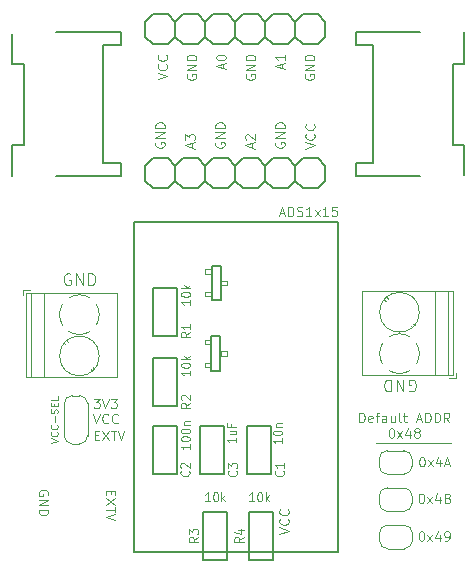
<source format=gbr>
G04 #@! TF.GenerationSoftware,KiCad,Pcbnew,(5.1.5-0-10_14)*
G04 #@! TF.CreationDate,2020-12-02T09:36:47+01:00*
G04 #@! TF.ProjectId,smartcitizen-adc-4-ch,736d6172-7463-4697-9469-7a656e2d6164,rev?*
G04 #@! TF.SameCoordinates,Original*
G04 #@! TF.FileFunction,Legend,Top*
G04 #@! TF.FilePolarity,Positive*
%FSLAX46Y46*%
G04 Gerber Fmt 4.6, Leading zero omitted, Abs format (unit mm)*
G04 Created by KiCad (PCBNEW (5.1.5-0-10_14)) date 2020-12-02 09:36:47*
%MOMM*%
%LPD*%
G04 APERTURE LIST*
%ADD10C,0.120000*%
%ADD11C,0.127000*%
%ADD12C,0.152400*%
%ADD13C,0.150000*%
%ADD14C,0.066040*%
G04 APERTURE END LIST*
D10*
X170711904Y-92950000D02*
X170807142Y-92997619D01*
X170950000Y-92997619D01*
X171092857Y-92950000D01*
X171188095Y-92854761D01*
X171235714Y-92759523D01*
X171283333Y-92569047D01*
X171283333Y-92426190D01*
X171235714Y-92235714D01*
X171188095Y-92140476D01*
X171092857Y-92045238D01*
X170950000Y-91997619D01*
X170854761Y-91997619D01*
X170711904Y-92045238D01*
X170664285Y-92092857D01*
X170664285Y-92426190D01*
X170854761Y-92426190D01*
X170235714Y-91997619D02*
X170235714Y-92997619D01*
X169664285Y-91997619D01*
X169664285Y-92997619D01*
X169188095Y-91997619D02*
X169188095Y-92997619D01*
X168950000Y-92997619D01*
X168807142Y-92950000D01*
X168711904Y-92854761D01*
X168664285Y-92759523D01*
X168616666Y-92569047D01*
X168616666Y-92426190D01*
X168664285Y-92235714D01*
X168711904Y-92140476D01*
X168807142Y-92045238D01*
X168950000Y-91997619D01*
X169188095Y-91997619D01*
X167900000Y-97400000D02*
X174250000Y-97400000D01*
X143973809Y-94911904D02*
X144240476Y-95711904D01*
X144507142Y-94911904D01*
X145230952Y-95635714D02*
X145192856Y-95673809D01*
X145078571Y-95711904D01*
X145002380Y-95711904D01*
X144888095Y-95673809D01*
X144811904Y-95597619D01*
X144773809Y-95521428D01*
X144735714Y-95369047D01*
X144735714Y-95254761D01*
X144773809Y-95102380D01*
X144811904Y-95026190D01*
X144888095Y-94950000D01*
X145002380Y-94911904D01*
X145078571Y-94911904D01*
X145192856Y-94950000D01*
X145230952Y-94988095D01*
X146030952Y-95635714D02*
X145992856Y-95673809D01*
X145878571Y-95711904D01*
X145802380Y-95711904D01*
X145688095Y-95673809D01*
X145611904Y-95597619D01*
X145573809Y-95521428D01*
X145535714Y-95369047D01*
X145535714Y-95254761D01*
X145573809Y-95102380D01*
X145611904Y-95026190D01*
X145688095Y-94950000D01*
X145802380Y-94911904D01*
X145878571Y-94911904D01*
X145992856Y-94950000D01*
X146030952Y-94988095D01*
X149269500Y-71907333D02*
X149231404Y-71983524D01*
X149231404Y-72097810D01*
X149269500Y-72212095D01*
X149345690Y-72288286D01*
X149421880Y-72326381D01*
X149574261Y-72364476D01*
X149688547Y-72364476D01*
X149840928Y-72326381D01*
X149917119Y-72288286D01*
X149993309Y-72212095D01*
X150031404Y-72097810D01*
X150031404Y-72021619D01*
X149993309Y-71907333D01*
X149955214Y-71869238D01*
X149688547Y-71869238D01*
X149688547Y-72021619D01*
X150031404Y-71526381D02*
X149231404Y-71526381D01*
X150031404Y-71069238D01*
X149231404Y-71069238D01*
X150031404Y-70688286D02*
X149231404Y-70688286D01*
X149231404Y-70497810D01*
X149269500Y-70383524D01*
X149345690Y-70307333D01*
X149421880Y-70269238D01*
X149574261Y-70231143D01*
X149688547Y-70231143D01*
X149840928Y-70269238D01*
X149917119Y-70307333D01*
X149993309Y-70383524D01*
X150031404Y-70497810D01*
X150031404Y-70688286D01*
X152342833Y-72364476D02*
X152342833Y-71983524D01*
X152571404Y-72440667D02*
X151771404Y-72174000D01*
X152571404Y-71907333D01*
X151771404Y-71716857D02*
X151771404Y-71221619D01*
X152076166Y-71488286D01*
X152076166Y-71374000D01*
X152114261Y-71297809D01*
X152152357Y-71259714D01*
X152228547Y-71221619D01*
X152419023Y-71221619D01*
X152495214Y-71259714D01*
X152533309Y-71297809D01*
X152571404Y-71374000D01*
X152571404Y-71602571D01*
X152533309Y-71678762D01*
X152495214Y-71716857D01*
X154349500Y-71907333D02*
X154311404Y-71983524D01*
X154311404Y-72097810D01*
X154349500Y-72212095D01*
X154425690Y-72288286D01*
X154501880Y-72326381D01*
X154654261Y-72364476D01*
X154768547Y-72364476D01*
X154920928Y-72326381D01*
X154997119Y-72288286D01*
X155073309Y-72212095D01*
X155111404Y-72097810D01*
X155111404Y-72021619D01*
X155073309Y-71907333D01*
X155035214Y-71869238D01*
X154768547Y-71869238D01*
X154768547Y-72021619D01*
X155111404Y-71526381D02*
X154311404Y-71526381D01*
X155111404Y-71069238D01*
X154311404Y-71069238D01*
X155111404Y-70688286D02*
X154311404Y-70688286D01*
X154311404Y-70497810D01*
X154349500Y-70383524D01*
X154425690Y-70307333D01*
X154501880Y-70269238D01*
X154654261Y-70231143D01*
X154768547Y-70231143D01*
X154920928Y-70269238D01*
X154997119Y-70307333D01*
X155073309Y-70383524D01*
X155111404Y-70497810D01*
X155111404Y-70688286D01*
X157422833Y-72364476D02*
X157422833Y-71983524D01*
X157651404Y-72440667D02*
X156851404Y-72174000D01*
X157651404Y-71907333D01*
X156927595Y-71678762D02*
X156889500Y-71640667D01*
X156851404Y-71564476D01*
X156851404Y-71374000D01*
X156889500Y-71297809D01*
X156927595Y-71259714D01*
X157003785Y-71221619D01*
X157079976Y-71221619D01*
X157194261Y-71259714D01*
X157651404Y-71716857D01*
X157651404Y-71221619D01*
X159429500Y-71907333D02*
X159391404Y-71983524D01*
X159391404Y-72097810D01*
X159429500Y-72212095D01*
X159505690Y-72288286D01*
X159581880Y-72326381D01*
X159734261Y-72364476D01*
X159848547Y-72364476D01*
X160000928Y-72326381D01*
X160077119Y-72288286D01*
X160153309Y-72212095D01*
X160191404Y-72097810D01*
X160191404Y-72021619D01*
X160153309Y-71907333D01*
X160115214Y-71869238D01*
X159848547Y-71869238D01*
X159848547Y-72021619D01*
X160191404Y-71526381D02*
X159391404Y-71526381D01*
X160191404Y-71069238D01*
X159391404Y-71069238D01*
X160191404Y-70688286D02*
X159391404Y-70688286D01*
X159391404Y-70497810D01*
X159429500Y-70383524D01*
X159505690Y-70307333D01*
X159581880Y-70269238D01*
X159734261Y-70231143D01*
X159848547Y-70231143D01*
X160000928Y-70269238D01*
X160077119Y-70307333D01*
X160153309Y-70383524D01*
X160191404Y-70497810D01*
X160191404Y-70688286D01*
X161931404Y-72440666D02*
X162731404Y-72174000D01*
X161931404Y-71907333D01*
X162655214Y-71183523D02*
X162693309Y-71221619D01*
X162731404Y-71335904D01*
X162731404Y-71412095D01*
X162693309Y-71526380D01*
X162617119Y-71602571D01*
X162540928Y-71640666D01*
X162388547Y-71678761D01*
X162274261Y-71678761D01*
X162121880Y-71640666D01*
X162045690Y-71602571D01*
X161969500Y-71526380D01*
X161931404Y-71412095D01*
X161931404Y-71335904D01*
X161969500Y-71221619D01*
X162007595Y-71183523D01*
X162655214Y-70383523D02*
X162693309Y-70421619D01*
X162731404Y-70535904D01*
X162731404Y-70612095D01*
X162693309Y-70726380D01*
X162617119Y-70802571D01*
X162540928Y-70840666D01*
X162388547Y-70878761D01*
X162274261Y-70878761D01*
X162121880Y-70840666D01*
X162045690Y-70802571D01*
X161969500Y-70726380D01*
X161931404Y-70612095D01*
X161931404Y-70535904D01*
X161969500Y-70421619D01*
X162007595Y-70383523D01*
X161896000Y-66169123D02*
X161857904Y-66245314D01*
X161857904Y-66359600D01*
X161896000Y-66473885D01*
X161972190Y-66550076D01*
X162048380Y-66588171D01*
X162200761Y-66626266D01*
X162315047Y-66626266D01*
X162467428Y-66588171D01*
X162543619Y-66550076D01*
X162619809Y-66473885D01*
X162657904Y-66359600D01*
X162657904Y-66283409D01*
X162619809Y-66169123D01*
X162581714Y-66131028D01*
X162315047Y-66131028D01*
X162315047Y-66283409D01*
X162657904Y-65788171D02*
X161857904Y-65788171D01*
X162657904Y-65331028D01*
X161857904Y-65331028D01*
X162657904Y-64950076D02*
X161857904Y-64950076D01*
X161857904Y-64759600D01*
X161896000Y-64645314D01*
X161972190Y-64569123D01*
X162048380Y-64531028D01*
X162200761Y-64492933D01*
X162315047Y-64492933D01*
X162467428Y-64531028D01*
X162543619Y-64569123D01*
X162619809Y-64645314D01*
X162657904Y-64759600D01*
X162657904Y-64950076D01*
X159940133Y-65635790D02*
X159940133Y-65254838D01*
X160168704Y-65711981D02*
X159368704Y-65445314D01*
X160168704Y-65178647D01*
X160168704Y-64492933D02*
X160168704Y-64950076D01*
X160168704Y-64721504D02*
X159368704Y-64721504D01*
X159482990Y-64797695D01*
X159559180Y-64873885D01*
X159597276Y-64950076D01*
X156917600Y-66169123D02*
X156879504Y-66245314D01*
X156879504Y-66359600D01*
X156917600Y-66473885D01*
X156993790Y-66550076D01*
X157069980Y-66588171D01*
X157222361Y-66626266D01*
X157336647Y-66626266D01*
X157489028Y-66588171D01*
X157565219Y-66550076D01*
X157641409Y-66473885D01*
X157679504Y-66359600D01*
X157679504Y-66283409D01*
X157641409Y-66169123D01*
X157603314Y-66131028D01*
X157336647Y-66131028D01*
X157336647Y-66283409D01*
X157679504Y-65788171D02*
X156879504Y-65788171D01*
X157679504Y-65331028D01*
X156879504Y-65331028D01*
X157679504Y-64950076D02*
X156879504Y-64950076D01*
X156879504Y-64759600D01*
X156917600Y-64645314D01*
X156993790Y-64569123D01*
X157069980Y-64531028D01*
X157222361Y-64492933D01*
X157336647Y-64492933D01*
X157489028Y-64531028D01*
X157565219Y-64569123D01*
X157641409Y-64645314D01*
X157679504Y-64759600D01*
X157679504Y-64950076D01*
X154961733Y-65635790D02*
X154961733Y-65254838D01*
X155190304Y-65711981D02*
X154390304Y-65445314D01*
X155190304Y-65178647D01*
X154390304Y-64759600D02*
X154390304Y-64683409D01*
X154428400Y-64607219D01*
X154466495Y-64569123D01*
X154542685Y-64531028D01*
X154695066Y-64492933D01*
X154885542Y-64492933D01*
X155037923Y-64531028D01*
X155114114Y-64569123D01*
X155152209Y-64607219D01*
X155190304Y-64683409D01*
X155190304Y-64759600D01*
X155152209Y-64835790D01*
X155114114Y-64873885D01*
X155037923Y-64911981D01*
X154885542Y-64950076D01*
X154695066Y-64950076D01*
X154542685Y-64911981D01*
X154466495Y-64873885D01*
X154428400Y-64835790D01*
X154390304Y-64759600D01*
X151939200Y-66169123D02*
X151901104Y-66245314D01*
X151901104Y-66359600D01*
X151939200Y-66473885D01*
X152015390Y-66550076D01*
X152091580Y-66588171D01*
X152243961Y-66626266D01*
X152358247Y-66626266D01*
X152510628Y-66588171D01*
X152586819Y-66550076D01*
X152663009Y-66473885D01*
X152701104Y-66359600D01*
X152701104Y-66283409D01*
X152663009Y-66169123D01*
X152624914Y-66131028D01*
X152358247Y-66131028D01*
X152358247Y-66283409D01*
X152701104Y-65788171D02*
X151901104Y-65788171D01*
X152701104Y-65331028D01*
X151901104Y-65331028D01*
X152701104Y-64950076D02*
X151901104Y-64950076D01*
X151901104Y-64759600D01*
X151939200Y-64645314D01*
X152015390Y-64569123D01*
X152091580Y-64531028D01*
X152243961Y-64492933D01*
X152358247Y-64492933D01*
X152510628Y-64531028D01*
X152586819Y-64569123D01*
X152663009Y-64645314D01*
X152701104Y-64759600D01*
X152701104Y-64950076D01*
X171704142Y-101650856D02*
X171780333Y-101650856D01*
X171856523Y-101688952D01*
X171894619Y-101727047D01*
X171932714Y-101803237D01*
X171970809Y-101955618D01*
X171970809Y-102146094D01*
X171932714Y-102298475D01*
X171894619Y-102374666D01*
X171856523Y-102412761D01*
X171780333Y-102450856D01*
X171704142Y-102450856D01*
X171627952Y-102412761D01*
X171589857Y-102374666D01*
X171551761Y-102298475D01*
X171513666Y-102146094D01*
X171513666Y-101955618D01*
X171551761Y-101803237D01*
X171589857Y-101727047D01*
X171627952Y-101688952D01*
X171704142Y-101650856D01*
X172237476Y-102450856D02*
X172656523Y-101917523D01*
X172237476Y-101917523D02*
X172656523Y-102450856D01*
X173304142Y-101917523D02*
X173304142Y-102450856D01*
X173113666Y-101612761D02*
X172923190Y-102184190D01*
X173418428Y-102184190D01*
X173989857Y-102031809D02*
X174104142Y-102069904D01*
X174142238Y-102107999D01*
X174180333Y-102184190D01*
X174180333Y-102298475D01*
X174142238Y-102374666D01*
X174104142Y-102412761D01*
X174027952Y-102450856D01*
X173723190Y-102450856D01*
X173723190Y-101650856D01*
X173989857Y-101650856D01*
X174066047Y-101688952D01*
X174104142Y-101727047D01*
X174142238Y-101803237D01*
X174142238Y-101879428D01*
X174104142Y-101955618D01*
X174066047Y-101993713D01*
X173989857Y-102031809D01*
X173723190Y-102031809D01*
X171761285Y-98558404D02*
X171837476Y-98558404D01*
X171913666Y-98596500D01*
X171951761Y-98634595D01*
X171989857Y-98710785D01*
X172027952Y-98863166D01*
X172027952Y-99053642D01*
X171989857Y-99206023D01*
X171951761Y-99282214D01*
X171913666Y-99320309D01*
X171837476Y-99358404D01*
X171761285Y-99358404D01*
X171685095Y-99320309D01*
X171647000Y-99282214D01*
X171608904Y-99206023D01*
X171570809Y-99053642D01*
X171570809Y-98863166D01*
X171608904Y-98710785D01*
X171647000Y-98634595D01*
X171685095Y-98596500D01*
X171761285Y-98558404D01*
X172294619Y-99358404D02*
X172713666Y-98825071D01*
X172294619Y-98825071D02*
X172713666Y-99358404D01*
X173361285Y-98825071D02*
X173361285Y-99358404D01*
X173170809Y-98520309D02*
X172980333Y-99091738D01*
X173475571Y-99091738D01*
X173742238Y-99129833D02*
X174123190Y-99129833D01*
X173666047Y-99358404D02*
X173932714Y-98558404D01*
X174199380Y-99358404D01*
X166509523Y-95601904D02*
X166509523Y-94801904D01*
X166700000Y-94801904D01*
X166814285Y-94840000D01*
X166890476Y-94916190D01*
X166928571Y-94992380D01*
X166966666Y-95144761D01*
X166966666Y-95259047D01*
X166928571Y-95411428D01*
X166890476Y-95487619D01*
X166814285Y-95563809D01*
X166700000Y-95601904D01*
X166509523Y-95601904D01*
X167614285Y-95563809D02*
X167538095Y-95601904D01*
X167385714Y-95601904D01*
X167309523Y-95563809D01*
X167271428Y-95487619D01*
X167271428Y-95182857D01*
X167309523Y-95106666D01*
X167385714Y-95068571D01*
X167538095Y-95068571D01*
X167614285Y-95106666D01*
X167652380Y-95182857D01*
X167652380Y-95259047D01*
X167271428Y-95335238D01*
X167880952Y-95068571D02*
X168185714Y-95068571D01*
X167995238Y-95601904D02*
X167995238Y-94916190D01*
X168033333Y-94840000D01*
X168109523Y-94801904D01*
X168185714Y-94801904D01*
X168795238Y-95601904D02*
X168795238Y-95182857D01*
X168757142Y-95106666D01*
X168680952Y-95068571D01*
X168528571Y-95068571D01*
X168452380Y-95106666D01*
X168795238Y-95563809D02*
X168719047Y-95601904D01*
X168528571Y-95601904D01*
X168452380Y-95563809D01*
X168414285Y-95487619D01*
X168414285Y-95411428D01*
X168452380Y-95335238D01*
X168528571Y-95297142D01*
X168719047Y-95297142D01*
X168795238Y-95259047D01*
X169519047Y-95068571D02*
X169519047Y-95601904D01*
X169176190Y-95068571D02*
X169176190Y-95487619D01*
X169214285Y-95563809D01*
X169290476Y-95601904D01*
X169404761Y-95601904D01*
X169480952Y-95563809D01*
X169519047Y-95525714D01*
X170014285Y-95601904D02*
X169938095Y-95563809D01*
X169900000Y-95487619D01*
X169900000Y-94801904D01*
X170204761Y-95068571D02*
X170509523Y-95068571D01*
X170319047Y-94801904D02*
X170319047Y-95487619D01*
X170357142Y-95563809D01*
X170433333Y-95601904D01*
X170509523Y-95601904D01*
X171347619Y-95373333D02*
X171728571Y-95373333D01*
X171271428Y-95601904D02*
X171538095Y-94801904D01*
X171804761Y-95601904D01*
X172071428Y-95601904D02*
X172071428Y-94801904D01*
X172261904Y-94801904D01*
X172376190Y-94840000D01*
X172452380Y-94916190D01*
X172490476Y-94992380D01*
X172528571Y-95144761D01*
X172528571Y-95259047D01*
X172490476Y-95411428D01*
X172452380Y-95487619D01*
X172376190Y-95563809D01*
X172261904Y-95601904D01*
X172071428Y-95601904D01*
X172871428Y-95601904D02*
X172871428Y-94801904D01*
X173061904Y-94801904D01*
X173176190Y-94840000D01*
X173252380Y-94916190D01*
X173290476Y-94992380D01*
X173328571Y-95144761D01*
X173328571Y-95259047D01*
X173290476Y-95411428D01*
X173252380Y-95487619D01*
X173176190Y-95563809D01*
X173061904Y-95601904D01*
X172871428Y-95601904D01*
X174128571Y-95601904D02*
X173861904Y-95220952D01*
X173671428Y-95601904D02*
X173671428Y-94801904D01*
X173976190Y-94801904D01*
X174052380Y-94840000D01*
X174090476Y-94878095D01*
X174128571Y-94954285D01*
X174128571Y-95068571D01*
X174090476Y-95144761D01*
X174052380Y-95182857D01*
X173976190Y-95220952D01*
X173671428Y-95220952D01*
X169176190Y-96121904D02*
X169252380Y-96121904D01*
X169328571Y-96160000D01*
X169366666Y-96198095D01*
X169404761Y-96274285D01*
X169442857Y-96426666D01*
X169442857Y-96617142D01*
X169404761Y-96769523D01*
X169366666Y-96845714D01*
X169328571Y-96883809D01*
X169252380Y-96921904D01*
X169176190Y-96921904D01*
X169100000Y-96883809D01*
X169061904Y-96845714D01*
X169023809Y-96769523D01*
X168985714Y-96617142D01*
X168985714Y-96426666D01*
X169023809Y-96274285D01*
X169061904Y-96198095D01*
X169100000Y-96160000D01*
X169176190Y-96121904D01*
X169709523Y-96921904D02*
X170128571Y-96388571D01*
X169709523Y-96388571D02*
X170128571Y-96921904D01*
X170776190Y-96388571D02*
X170776190Y-96921904D01*
X170585714Y-96083809D02*
X170395238Y-96655238D01*
X170890476Y-96655238D01*
X171309523Y-96464761D02*
X171233333Y-96426666D01*
X171195238Y-96388571D01*
X171157142Y-96312380D01*
X171157142Y-96274285D01*
X171195238Y-96198095D01*
X171233333Y-96160000D01*
X171309523Y-96121904D01*
X171461904Y-96121904D01*
X171538095Y-96160000D01*
X171576190Y-96198095D01*
X171614285Y-96274285D01*
X171614285Y-96312380D01*
X171576190Y-96388571D01*
X171538095Y-96426666D01*
X171461904Y-96464761D01*
X171309523Y-96464761D01*
X171233333Y-96502857D01*
X171195238Y-96540952D01*
X171157142Y-96617142D01*
X171157142Y-96769523D01*
X171195238Y-96845714D01*
X171233333Y-96883809D01*
X171309523Y-96921904D01*
X171461904Y-96921904D01*
X171538095Y-96883809D01*
X171576190Y-96845714D01*
X171614285Y-96769523D01*
X171614285Y-96617142D01*
X171576190Y-96540952D01*
X171538095Y-96502857D01*
X171461904Y-96464761D01*
X171723190Y-104857604D02*
X171799380Y-104857604D01*
X171875571Y-104895700D01*
X171913666Y-104933795D01*
X171951761Y-105009985D01*
X171989857Y-105162366D01*
X171989857Y-105352842D01*
X171951761Y-105505223D01*
X171913666Y-105581414D01*
X171875571Y-105619509D01*
X171799380Y-105657604D01*
X171723190Y-105657604D01*
X171647000Y-105619509D01*
X171608904Y-105581414D01*
X171570809Y-105505223D01*
X171532714Y-105352842D01*
X171532714Y-105162366D01*
X171570809Y-105009985D01*
X171608904Y-104933795D01*
X171647000Y-104895700D01*
X171723190Y-104857604D01*
X172256523Y-105657604D02*
X172675571Y-105124271D01*
X172256523Y-105124271D02*
X172675571Y-105657604D01*
X173323190Y-105124271D02*
X173323190Y-105657604D01*
X173132714Y-104819509D02*
X172942238Y-105390938D01*
X173437476Y-105390938D01*
X173780333Y-105657604D02*
X173932714Y-105657604D01*
X174008904Y-105619509D01*
X174047000Y-105581414D01*
X174123190Y-105467128D01*
X174161285Y-105314747D01*
X174161285Y-105009985D01*
X174123190Y-104933795D01*
X174085095Y-104895700D01*
X174008904Y-104857604D01*
X173856523Y-104857604D01*
X173780333Y-104895700D01*
X173742238Y-104933795D01*
X173704142Y-105009985D01*
X173704142Y-105200461D01*
X173742238Y-105276652D01*
X173780333Y-105314747D01*
X173856523Y-105352842D01*
X174008904Y-105352842D01*
X174085095Y-105314747D01*
X174123190Y-105276652D01*
X174161285Y-105200461D01*
X159740904Y-77920833D02*
X160121857Y-77920833D01*
X159664714Y-78149404D02*
X159931380Y-77349404D01*
X160198047Y-78149404D01*
X160464714Y-78149404D02*
X160464714Y-77349404D01*
X160655190Y-77349404D01*
X160769476Y-77387500D01*
X160845666Y-77463690D01*
X160883761Y-77539880D01*
X160921857Y-77692261D01*
X160921857Y-77806547D01*
X160883761Y-77958928D01*
X160845666Y-78035119D01*
X160769476Y-78111309D01*
X160655190Y-78149404D01*
X160464714Y-78149404D01*
X161226619Y-78111309D02*
X161340904Y-78149404D01*
X161531380Y-78149404D01*
X161607571Y-78111309D01*
X161645666Y-78073214D01*
X161683761Y-77997023D01*
X161683761Y-77920833D01*
X161645666Y-77844642D01*
X161607571Y-77806547D01*
X161531380Y-77768452D01*
X161379000Y-77730357D01*
X161302809Y-77692261D01*
X161264714Y-77654166D01*
X161226619Y-77577976D01*
X161226619Y-77501785D01*
X161264714Y-77425595D01*
X161302809Y-77387500D01*
X161379000Y-77349404D01*
X161569476Y-77349404D01*
X161683761Y-77387500D01*
X162445666Y-78149404D02*
X161988523Y-78149404D01*
X162217095Y-78149404D02*
X162217095Y-77349404D01*
X162140904Y-77463690D01*
X162064714Y-77539880D01*
X161988523Y-77577976D01*
X162712333Y-78149404D02*
X163131380Y-77616071D01*
X162712333Y-77616071D02*
X163131380Y-78149404D01*
X163855190Y-78149404D02*
X163398047Y-78149404D01*
X163626619Y-78149404D02*
X163626619Y-77349404D01*
X163550428Y-77463690D01*
X163474238Y-77539880D01*
X163398047Y-77577976D01*
X164579000Y-77349404D02*
X164198047Y-77349404D01*
X164159952Y-77730357D01*
X164198047Y-77692261D01*
X164274238Y-77654166D01*
X164464714Y-77654166D01*
X164540904Y-77692261D01*
X164579000Y-77730357D01*
X164617095Y-77806547D01*
X164617095Y-77997023D01*
X164579000Y-78073214D01*
X164540904Y-78111309D01*
X164464714Y-78149404D01*
X164274238Y-78149404D01*
X164198047Y-78111309D01*
X164159952Y-78073214D01*
X142038095Y-83050000D02*
X141942857Y-83002380D01*
X141800000Y-83002380D01*
X141657142Y-83050000D01*
X141561904Y-83145238D01*
X141514285Y-83240476D01*
X141466666Y-83430952D01*
X141466666Y-83573809D01*
X141514285Y-83764285D01*
X141561904Y-83859523D01*
X141657142Y-83954761D01*
X141800000Y-84002380D01*
X141895238Y-84002380D01*
X142038095Y-83954761D01*
X142085714Y-83907142D01*
X142085714Y-83573809D01*
X141895238Y-83573809D01*
X142514285Y-84002380D02*
X142514285Y-83002380D01*
X143085714Y-84002380D01*
X143085714Y-83002380D01*
X143561904Y-84002380D02*
X143561904Y-83002380D01*
X143800000Y-83002380D01*
X143942857Y-83050000D01*
X144038095Y-83145238D01*
X144085714Y-83240476D01*
X144133333Y-83430952D01*
X144133333Y-83573809D01*
X144085714Y-83764285D01*
X144038095Y-83859523D01*
X143942857Y-83954761D01*
X143800000Y-84002380D01*
X143561904Y-84002380D01*
X159734304Y-105054266D02*
X160534304Y-104787600D01*
X159734304Y-104520933D01*
X160458114Y-103797123D02*
X160496209Y-103835219D01*
X160534304Y-103949504D01*
X160534304Y-104025695D01*
X160496209Y-104139980D01*
X160420019Y-104216171D01*
X160343828Y-104254266D01*
X160191447Y-104292361D01*
X160077161Y-104292361D01*
X159924780Y-104254266D01*
X159848590Y-104216171D01*
X159772400Y-104139980D01*
X159734304Y-104025695D01*
X159734304Y-103949504D01*
X159772400Y-103835219D01*
X159810495Y-103797123D01*
X160458114Y-102997123D02*
X160496209Y-103035219D01*
X160534304Y-103149504D01*
X160534304Y-103225695D01*
X160496209Y-103339980D01*
X160420019Y-103416171D01*
X160343828Y-103454266D01*
X160191447Y-103492361D01*
X160077161Y-103492361D01*
X159924780Y-103454266D01*
X159848590Y-103416171D01*
X159772400Y-103339980D01*
X159734304Y-103225695D01*
X159734304Y-103149504D01*
X159772400Y-103035219D01*
X159810495Y-102997123D01*
X140371428Y-97371428D02*
X140971428Y-97171428D01*
X140371428Y-96971428D01*
X140914285Y-96428571D02*
X140942857Y-96457142D01*
X140971428Y-96542857D01*
X140971428Y-96600000D01*
X140942857Y-96685714D01*
X140885714Y-96742857D01*
X140828571Y-96771428D01*
X140714285Y-96800000D01*
X140628571Y-96800000D01*
X140514285Y-96771428D01*
X140457142Y-96742857D01*
X140400000Y-96685714D01*
X140371428Y-96600000D01*
X140371428Y-96542857D01*
X140400000Y-96457142D01*
X140428571Y-96428571D01*
X140914285Y-95828571D02*
X140942857Y-95857142D01*
X140971428Y-95942857D01*
X140971428Y-96000000D01*
X140942857Y-96085714D01*
X140885714Y-96142857D01*
X140828571Y-96171428D01*
X140714285Y-96200000D01*
X140628571Y-96200000D01*
X140514285Y-96171428D01*
X140457142Y-96142857D01*
X140400000Y-96085714D01*
X140371428Y-96000000D01*
X140371428Y-95942857D01*
X140400000Y-95857142D01*
X140428571Y-95828571D01*
X140742857Y-95571428D02*
X140742857Y-95114285D01*
X140942857Y-94857142D02*
X140971428Y-94771428D01*
X140971428Y-94628571D01*
X140942857Y-94571428D01*
X140914285Y-94542857D01*
X140857142Y-94514285D01*
X140800000Y-94514285D01*
X140742857Y-94542857D01*
X140714285Y-94571428D01*
X140685714Y-94628571D01*
X140657142Y-94742857D01*
X140628571Y-94800000D01*
X140600000Y-94828571D01*
X140542857Y-94857142D01*
X140485714Y-94857142D01*
X140428571Y-94828571D01*
X140400000Y-94800000D01*
X140371428Y-94742857D01*
X140371428Y-94600000D01*
X140400000Y-94514285D01*
X140657142Y-94257142D02*
X140657142Y-94057142D01*
X140971428Y-93971428D02*
X140971428Y-94257142D01*
X140371428Y-94257142D01*
X140371428Y-93971428D01*
X140971428Y-93428571D02*
X140971428Y-93714285D01*
X140371428Y-93714285D01*
X144088095Y-96692857D02*
X144354761Y-96692857D01*
X144469047Y-97111904D02*
X144088095Y-97111904D01*
X144088095Y-96311904D01*
X144469047Y-96311904D01*
X144735714Y-96311904D02*
X145269047Y-97111904D01*
X145269047Y-96311904D02*
X144735714Y-97111904D01*
X145459523Y-96311904D02*
X145916666Y-96311904D01*
X145688095Y-97111904D02*
X145688095Y-96311904D01*
X146069047Y-96311904D02*
X146335714Y-97111904D01*
X146602380Y-96311904D01*
X144011904Y-93611904D02*
X144507142Y-93611904D01*
X144240476Y-93916666D01*
X144354761Y-93916666D01*
X144430952Y-93954761D01*
X144469047Y-93992857D01*
X144507142Y-94069047D01*
X144507142Y-94259523D01*
X144469047Y-94335714D01*
X144430952Y-94373809D01*
X144354761Y-94411904D01*
X144126190Y-94411904D01*
X144050000Y-94373809D01*
X144011904Y-94335714D01*
X144735714Y-93611904D02*
X145002381Y-94411904D01*
X145269047Y-93611904D01*
X145459523Y-93611904D02*
X145954761Y-93611904D01*
X145688095Y-93916666D01*
X145802381Y-93916666D01*
X145878571Y-93954761D01*
X145916666Y-93992857D01*
X145954761Y-94069047D01*
X145954761Y-94259523D01*
X145916666Y-94335714D01*
X145878571Y-94373809D01*
X145802381Y-94411904D01*
X145573809Y-94411904D01*
X145497619Y-94373809D01*
X145459523Y-94335714D01*
X149411904Y-66550075D02*
X150211904Y-66283409D01*
X149411904Y-66016742D01*
X150135714Y-65292932D02*
X150173809Y-65331028D01*
X150211904Y-65445313D01*
X150211904Y-65521504D01*
X150173809Y-65635789D01*
X150097619Y-65711980D01*
X150021428Y-65750075D01*
X149869047Y-65788170D01*
X149754761Y-65788170D01*
X149602380Y-65750075D01*
X149526190Y-65711980D01*
X149450000Y-65635789D01*
X149411904Y-65521504D01*
X149411904Y-65445313D01*
X149450000Y-65331028D01*
X149488095Y-65292932D01*
X150135714Y-64492932D02*
X150173809Y-64531028D01*
X150211904Y-64645313D01*
X150211904Y-64721504D01*
X150173809Y-64835789D01*
X150097619Y-64911980D01*
X150021428Y-64950075D01*
X149869047Y-64988170D01*
X149754761Y-64988170D01*
X149602380Y-64950075D01*
X149526190Y-64911980D01*
X149450000Y-64835789D01*
X149411904Y-64721504D01*
X149411904Y-64645313D01*
X149450000Y-64531028D01*
X149488095Y-64492932D01*
X140100000Y-101790476D02*
X140138095Y-101714285D01*
X140138095Y-101600000D01*
X140100000Y-101485714D01*
X140023809Y-101409523D01*
X139947619Y-101371428D01*
X139795238Y-101333333D01*
X139680952Y-101333333D01*
X139528571Y-101371428D01*
X139452380Y-101409523D01*
X139376190Y-101485714D01*
X139338095Y-101600000D01*
X139338095Y-101676190D01*
X139376190Y-101790476D01*
X139414285Y-101828571D01*
X139680952Y-101828571D01*
X139680952Y-101676190D01*
X139338095Y-102171428D02*
X140138095Y-102171428D01*
X139338095Y-102628571D01*
X140138095Y-102628571D01*
X139338095Y-103009523D02*
X140138095Y-103009523D01*
X140138095Y-103200000D01*
X140100000Y-103314285D01*
X140023809Y-103390476D01*
X139947619Y-103428571D01*
X139795238Y-103466666D01*
X139680952Y-103466666D01*
X139528571Y-103428571D01*
X139452380Y-103390476D01*
X139376190Y-103314285D01*
X139338095Y-103200000D01*
X139338095Y-103009523D01*
X145457142Y-101400000D02*
X145457142Y-101666666D01*
X145038095Y-101780952D02*
X145038095Y-101400000D01*
X145838095Y-101400000D01*
X145838095Y-101780952D01*
X145838095Y-102047619D02*
X145038095Y-102580952D01*
X145838095Y-102580952D02*
X145038095Y-102047619D01*
X145838095Y-102771428D02*
X145838095Y-103228571D01*
X145038095Y-103000000D02*
X145838095Y-103000000D01*
X145838095Y-103380952D02*
X145038095Y-103647619D01*
X145838095Y-103914285D01*
D11*
X137100760Y-65301480D02*
X137100760Y-62700520D01*
X138101520Y-72098520D02*
X138101520Y-65301480D01*
X137100760Y-72098520D02*
X138101520Y-72098520D01*
X137100760Y-74798540D02*
X137100760Y-72098520D01*
X138101520Y-65301480D02*
X137100760Y-65301480D01*
X140837100Y-62601460D02*
X146300000Y-62601460D01*
X146300000Y-74752820D02*
X146300000Y-73700000D01*
X140837100Y-74798540D02*
X146300640Y-74798540D01*
X146300000Y-62645500D02*
X146300000Y-63700000D01*
X144802040Y-63700000D02*
X146300000Y-63700000D01*
X144802040Y-73700000D02*
X146300000Y-73700000D01*
X144802040Y-73700000D02*
X144802040Y-63700000D01*
D10*
X174700000Y-91850000D02*
X174700000Y-91450000D01*
X174060000Y-91850000D02*
X174700000Y-91850000D01*
X170841000Y-87445000D02*
X170969000Y-87574000D01*
X168625000Y-85230000D02*
X168719000Y-85324000D01*
X171081000Y-87275000D02*
X171174000Y-87369000D01*
X168831000Y-85025000D02*
X168959000Y-85154000D01*
X166740000Y-84490000D02*
X174460000Y-84490000D01*
X166740000Y-91610000D02*
X174460000Y-91610000D01*
X174460000Y-91610000D02*
X174460000Y-84490000D01*
X166740000Y-91610000D02*
X166740000Y-84490000D01*
X172900000Y-91610000D02*
X172900000Y-84490000D01*
X174000000Y-91610000D02*
X174000000Y-84490000D01*
X171580000Y-86300000D02*
G75*
G03X171580000Y-86300000I-1680000J0D01*
G01*
X171580099Y-89771326D02*
G75*
G02X171340000Y-90666000I-1680099J-28674D01*
G01*
X170789894Y-91225358D02*
G75*
G02X169034000Y-91240000I-889894J1425358D01*
G01*
X168474642Y-90689894D02*
G75*
G02X168460000Y-88934000I1425358J889894D01*
G01*
X169009807Y-88374495D02*
G75*
G02X170791000Y-88375000I890193J-1425505D01*
G01*
X171324721Y-88909736D02*
G75*
G02X171580000Y-89800000I-1424721J-890264D01*
G01*
X138000000Y-84450000D02*
X138000000Y-84850000D01*
X138640000Y-84450000D02*
X138000000Y-84450000D01*
X141859000Y-88855000D02*
X141731000Y-88726000D01*
X144075000Y-91070000D02*
X143981000Y-90976000D01*
X141619000Y-89025000D02*
X141526000Y-88931000D01*
X143869000Y-91275000D02*
X143741000Y-91146000D01*
X145960000Y-91810000D02*
X138240000Y-91810000D01*
X145960000Y-84690000D02*
X138240000Y-84690000D01*
X138240000Y-84690000D02*
X138240000Y-91810000D01*
X145960000Y-84690000D02*
X145960000Y-91810000D01*
X139800000Y-84690000D02*
X139800000Y-91810000D01*
X138700000Y-84690000D02*
X138700000Y-91810000D01*
X144480000Y-90000000D02*
G75*
G03X144480000Y-90000000I-1680000J0D01*
G01*
X141119901Y-86528674D02*
G75*
G02X141360000Y-85634000I1680099J28674D01*
G01*
X141910106Y-85074642D02*
G75*
G02X143666000Y-85060000I889894J-1425358D01*
G01*
X144225358Y-85610106D02*
G75*
G02X144240000Y-87366000I-1425358J-889894D01*
G01*
X143690193Y-87925505D02*
G75*
G02X141909000Y-87925000I-890193J1425505D01*
G01*
X141375279Y-87390264D02*
G75*
G02X141120000Y-86500000I1424721J890264D01*
G01*
X142800000Y-93350000D02*
G75*
G02X143500000Y-94050000I0J-700000D01*
G01*
X141500000Y-94050000D02*
G75*
G02X142200000Y-93350000I700000J0D01*
G01*
X142200000Y-97450000D02*
G75*
G02X141500000Y-96750000I0J700000D01*
G01*
X143500000Y-96750000D02*
G75*
G02X142800000Y-97450000I-700000J0D01*
G01*
X143500000Y-94000000D02*
X143500000Y-96800000D01*
X142800000Y-97450000D02*
X142200000Y-97450000D01*
X141500000Y-96800000D02*
X141500000Y-94000000D01*
X142200000Y-93350000D02*
X142800000Y-93350000D01*
D11*
X159004000Y-99974400D02*
X156972000Y-99974400D01*
X159004000Y-95910400D02*
X159004000Y-99974400D01*
X156972000Y-95910400D02*
X159004000Y-95910400D01*
X156972000Y-99974400D02*
X156972000Y-95910400D01*
X151028400Y-99974400D02*
X148996400Y-99974400D01*
X151028400Y-95910400D02*
X151028400Y-99974400D01*
X148996400Y-95910400D02*
X151028400Y-95910400D01*
X148996400Y-99974400D02*
X148996400Y-95910400D01*
X155041600Y-99974400D02*
X153009600Y-99974400D01*
X155041600Y-95910400D02*
X155041600Y-99974400D01*
X153009600Y-95910400D02*
X155041600Y-95910400D01*
X153009600Y-99974400D02*
X153009600Y-95910400D01*
D12*
X150291800Y-63600000D02*
X149021800Y-63600000D01*
X148386800Y-62965000D02*
X149021800Y-63600000D01*
X149021800Y-61060000D02*
X148386800Y-61695000D01*
X148386800Y-61695000D02*
X148386800Y-62965000D01*
X151561800Y-63600000D02*
X150926800Y-62965000D01*
X152831800Y-63600000D02*
X151561800Y-63600000D01*
X153466800Y-62965000D02*
X152831800Y-63600000D01*
X153466800Y-61695000D02*
X153466800Y-62965000D01*
X152831800Y-61060000D02*
X153466800Y-61695000D01*
X151561800Y-61060000D02*
X152831800Y-61060000D01*
X150926800Y-61695000D02*
X151561800Y-61060000D01*
X150926800Y-62965000D02*
X150291800Y-63600000D01*
X150926800Y-61695000D02*
X150926800Y-62965000D01*
X150291800Y-61060000D02*
X150926800Y-61695000D01*
X149021800Y-61060000D02*
X150291800Y-61060000D01*
X157911800Y-63600000D02*
X156641800Y-63600000D01*
X156006800Y-62965000D02*
X156641800Y-63600000D01*
X156641800Y-61060000D02*
X156006800Y-61695000D01*
X154101800Y-63600000D02*
X153466800Y-62965000D01*
X155371800Y-63600000D02*
X154101800Y-63600000D01*
X156006800Y-62965000D02*
X155371800Y-63600000D01*
X156006800Y-61695000D02*
X156006800Y-62965000D01*
X155371800Y-61060000D02*
X156006800Y-61695000D01*
X154101800Y-61060000D02*
X155371800Y-61060000D01*
X153466800Y-61695000D02*
X154101800Y-61060000D01*
X159181800Y-63600000D02*
X158546800Y-62965000D01*
X160451800Y-63600000D02*
X159181800Y-63600000D01*
X161086800Y-62965000D02*
X160451800Y-63600000D01*
X161086800Y-61695000D02*
X161086800Y-62965000D01*
X160451800Y-61060000D02*
X161086800Y-61695000D01*
X159181800Y-61060000D02*
X160451800Y-61060000D01*
X158546800Y-61695000D02*
X159181800Y-61060000D01*
X158546800Y-62965000D02*
X157911800Y-63600000D01*
X158546800Y-61695000D02*
X158546800Y-62965000D01*
X157911800Y-61060000D02*
X158546800Y-61695000D01*
X156641800Y-61060000D02*
X157911800Y-61060000D01*
X161721800Y-63600000D02*
X161086800Y-62965000D01*
X162991800Y-63600000D02*
X161721800Y-63600000D01*
X163626800Y-62965000D02*
X162991800Y-63600000D01*
X163626800Y-61695000D02*
X163626800Y-62965000D01*
X162991800Y-61060000D02*
X163626800Y-61695000D01*
X161721800Y-61060000D02*
X162991800Y-61060000D01*
X161086800Y-61695000D02*
X161721800Y-61060000D01*
X161721800Y-73253600D02*
X162991800Y-73253600D01*
X163626800Y-73888600D02*
X162991800Y-73253600D01*
X162991800Y-75793600D02*
X163626800Y-75158600D01*
X163626800Y-75158600D02*
X163626800Y-73888600D01*
X160451800Y-73253600D02*
X161086800Y-73888600D01*
X159181800Y-73253600D02*
X160451800Y-73253600D01*
X158546800Y-73888600D02*
X159181800Y-73253600D01*
X158546800Y-75158600D02*
X158546800Y-73888600D01*
X159181800Y-75793600D02*
X158546800Y-75158600D01*
X160451800Y-75793600D02*
X159181800Y-75793600D01*
X161086800Y-75158600D02*
X160451800Y-75793600D01*
X161086800Y-73888600D02*
X161721800Y-73253600D01*
X161086800Y-75158600D02*
X161086800Y-73888600D01*
X161721800Y-75793600D02*
X161086800Y-75158600D01*
X162991800Y-75793600D02*
X161721800Y-75793600D01*
X154101800Y-73253600D02*
X155371800Y-73253600D01*
X156006800Y-73888600D02*
X155371800Y-73253600D01*
X155371800Y-75793600D02*
X156006800Y-75158600D01*
X157911800Y-73253600D02*
X158546800Y-73888600D01*
X156641800Y-73253600D02*
X157911800Y-73253600D01*
X156006800Y-73888600D02*
X156641800Y-73253600D01*
X156006800Y-75158600D02*
X156006800Y-73888600D01*
X156641800Y-75793600D02*
X156006800Y-75158600D01*
X157911800Y-75793600D02*
X156641800Y-75793600D01*
X158546800Y-75158600D02*
X157911800Y-75793600D01*
X152831800Y-73253600D02*
X153466800Y-73888600D01*
X151561800Y-73253600D02*
X152831800Y-73253600D01*
X150926800Y-73888600D02*
X151561800Y-73253600D01*
X150926800Y-75158600D02*
X150926800Y-73888600D01*
X151561800Y-75793600D02*
X150926800Y-75158600D01*
X152831800Y-75793600D02*
X151561800Y-75793600D01*
X153466800Y-75158600D02*
X152831800Y-75793600D01*
X153466800Y-73888600D02*
X154101800Y-73253600D01*
X153466800Y-75158600D02*
X153466800Y-73888600D01*
X154101800Y-75793600D02*
X153466800Y-75158600D01*
X155371800Y-75793600D02*
X154101800Y-75793600D01*
X150291800Y-73253600D02*
X150926800Y-73888600D01*
X149021800Y-73253600D02*
X150291800Y-73253600D01*
X148386800Y-73888600D02*
X149021800Y-73253600D01*
X148386800Y-75158600D02*
X148386800Y-73888600D01*
X149021800Y-75793600D02*
X148386800Y-75158600D01*
X150291800Y-75793600D02*
X149021800Y-75793600D01*
X150926800Y-75158600D02*
X150291800Y-75793600D01*
D10*
X170295800Y-106321100D02*
X168895800Y-106321100D01*
X168195800Y-105621100D02*
X168195800Y-105021100D01*
X168895800Y-104321100D02*
X170295800Y-104321100D01*
X170995800Y-105021100D02*
X170995800Y-105621100D01*
X170995800Y-105621100D02*
G75*
G02X170295800Y-106321100I-700000J0D01*
G01*
X170295800Y-104321100D02*
G75*
G02X170995800Y-105021100I0J-700000D01*
G01*
X168195800Y-105021100D02*
G75*
G02X168895800Y-104321100I700000J0D01*
G01*
X168895800Y-106321100D02*
G75*
G02X168195800Y-105621100I0J700000D01*
G01*
X170270400Y-103158800D02*
X168870400Y-103158800D01*
X168170400Y-102458800D02*
X168170400Y-101858800D01*
X168870400Y-101158800D02*
X170270400Y-101158800D01*
X170970400Y-101858800D02*
X170970400Y-102458800D01*
X170970400Y-102458800D02*
G75*
G02X170270400Y-103158800I-700000J0D01*
G01*
X170270400Y-101158800D02*
G75*
G02X170970400Y-101858800I0J-700000D01*
G01*
X168170400Y-101858800D02*
G75*
G02X168870400Y-101158800I700000J0D01*
G01*
X168870400Y-103158800D02*
G75*
G02X168170400Y-102458800I0J700000D01*
G01*
X170270400Y-100009200D02*
X168870400Y-100009200D01*
X168170400Y-99309200D02*
X168170400Y-98709200D01*
X168870400Y-98009200D02*
X170270400Y-98009200D01*
X170970400Y-98709200D02*
X170970400Y-99309200D01*
X170970400Y-99309200D02*
G75*
G02X170270400Y-100009200I-700000J0D01*
G01*
X170270400Y-98009200D02*
G75*
G02X170970400Y-98709200I0J-700000D01*
G01*
X168170400Y-98709200D02*
G75*
G02X168870400Y-98009200I700000J0D01*
G01*
X168870400Y-100009200D02*
G75*
G02X168170400Y-99309200I0J700000D01*
G01*
D13*
X164695240Y-106578400D02*
X147423240Y-106578400D01*
X147423240Y-106578400D02*
X147423240Y-78638400D01*
X147423240Y-78638400D02*
X164695240Y-78638400D01*
X164693600Y-106578400D02*
X164693600Y-78638400D01*
D11*
X151028400Y-84226400D02*
X151028400Y-88290400D01*
X151028400Y-88290400D02*
X148996400Y-88290400D01*
X148996400Y-88290400D02*
X148996400Y-84226400D01*
X148996400Y-84226400D02*
X151028400Y-84226400D01*
X148996400Y-90170000D02*
X151028400Y-90170000D01*
X148996400Y-94234000D02*
X148996400Y-90170000D01*
X151028400Y-94234000D02*
X148996400Y-94234000D01*
X151028400Y-90170000D02*
X151028400Y-94234000D01*
X155295600Y-107238800D02*
X153263600Y-107238800D01*
X155295600Y-103174800D02*
X155295600Y-107238800D01*
X153263600Y-103174800D02*
X155295600Y-103174800D01*
X153263600Y-107238800D02*
X153263600Y-103174800D01*
X157124400Y-107238800D02*
X157124400Y-103174800D01*
X157124400Y-103174800D02*
X159156400Y-103174800D01*
X159156400Y-103174800D02*
X159156400Y-107238800D01*
X159156400Y-107238800D02*
X157124400Y-107238800D01*
D14*
X153949400Y-83032600D02*
X153949400Y-82651600D01*
X153949400Y-82651600D02*
X153441400Y-82651600D01*
X153441400Y-83032600D02*
X153441400Y-82651600D01*
X153949400Y-83032600D02*
X153441400Y-83032600D01*
X153949400Y-84963000D02*
X153949400Y-84582000D01*
X153949400Y-84582000D02*
X153441400Y-84582000D01*
X153441400Y-84963000D02*
X153441400Y-84582000D01*
X153949400Y-84963000D02*
X153441400Y-84963000D01*
X155321000Y-83997800D02*
X155321000Y-83616800D01*
X155321000Y-83616800D02*
X154813000Y-83616800D01*
X154813000Y-83997800D02*
X154813000Y-83616800D01*
X155321000Y-83997800D02*
X154813000Y-83997800D01*
D12*
X154000200Y-85242400D02*
X154000200Y-82346800D01*
X154000200Y-82346800D02*
X154762200Y-82346800D01*
X154762200Y-82346800D02*
X154762200Y-85242400D01*
X154762200Y-85242400D02*
X154000200Y-85242400D01*
X154711400Y-91236800D02*
X153949400Y-91236800D01*
X154711400Y-88341200D02*
X154711400Y-91236800D01*
X153949400Y-88341200D02*
X154711400Y-88341200D01*
X153949400Y-91236800D02*
X153949400Y-88341200D01*
D14*
X155270200Y-89992200D02*
X154762200Y-89992200D01*
X154762200Y-89992200D02*
X154762200Y-89611200D01*
X155270200Y-89611200D02*
X154762200Y-89611200D01*
X155270200Y-89992200D02*
X155270200Y-89611200D01*
X153898600Y-90957400D02*
X153390600Y-90957400D01*
X153390600Y-90957400D02*
X153390600Y-90576400D01*
X153898600Y-90576400D02*
X153390600Y-90576400D01*
X153898600Y-90957400D02*
X153898600Y-90576400D01*
X153898600Y-89027000D02*
X153390600Y-89027000D01*
X153390600Y-89027000D02*
X153390600Y-88646000D01*
X153898600Y-88646000D02*
X153390600Y-88646000D01*
X153898600Y-89027000D02*
X153898600Y-88646000D01*
D11*
X167697960Y-63700000D02*
X167697960Y-73700000D01*
X167697960Y-63700000D02*
X166200000Y-63700000D01*
X167697960Y-73700000D02*
X166200000Y-73700000D01*
X166200000Y-74754500D02*
X166200000Y-73700000D01*
X171662900Y-62601460D02*
X166199360Y-62601460D01*
X166200000Y-62647180D02*
X166200000Y-63700000D01*
X171662900Y-74798540D02*
X166200000Y-74798540D01*
X174398480Y-72098520D02*
X175399240Y-72098520D01*
X175399240Y-62601460D02*
X175399240Y-65301480D01*
X175399240Y-65301480D02*
X174398480Y-65301480D01*
X174398480Y-65301480D02*
X174398480Y-72098520D01*
X175399240Y-72098520D02*
X175399240Y-74699480D01*
D10*
X160044914Y-99736266D02*
X160083009Y-99769600D01*
X160121104Y-99869600D01*
X160121104Y-99936266D01*
X160083009Y-100036266D01*
X160006819Y-100102933D01*
X159930628Y-100136266D01*
X159778247Y-100169600D01*
X159663961Y-100169600D01*
X159511580Y-100136266D01*
X159435390Y-100102933D01*
X159359200Y-100036266D01*
X159321104Y-99936266D01*
X159321104Y-99869600D01*
X159359200Y-99769600D01*
X159397295Y-99736266D01*
X160121104Y-99069600D02*
X160121104Y-99469600D01*
X160121104Y-99269600D02*
X159321104Y-99269600D01*
X159435390Y-99336266D01*
X159511580Y-99402933D01*
X159549676Y-99469600D01*
X159968704Y-96981934D02*
X159968704Y-97381934D01*
X159968704Y-97181934D02*
X159168704Y-97181934D01*
X159282990Y-97248600D01*
X159359180Y-97315267D01*
X159397276Y-97381934D01*
X159168704Y-96548600D02*
X159168704Y-96481934D01*
X159206800Y-96415267D01*
X159244895Y-96381934D01*
X159321085Y-96348600D01*
X159473466Y-96315267D01*
X159663942Y-96315267D01*
X159816323Y-96348600D01*
X159892514Y-96381934D01*
X159930609Y-96415267D01*
X159968704Y-96481934D01*
X159968704Y-96548600D01*
X159930609Y-96615267D01*
X159892514Y-96648600D01*
X159816323Y-96681934D01*
X159663942Y-96715267D01*
X159473466Y-96715267D01*
X159321085Y-96681934D01*
X159244895Y-96648600D01*
X159206800Y-96615267D01*
X159168704Y-96548600D01*
X159435371Y-96015267D02*
X159968704Y-96015267D01*
X159511561Y-96015267D02*
X159473466Y-95981934D01*
X159435371Y-95915267D01*
X159435371Y-95815267D01*
X159473466Y-95748600D01*
X159549657Y-95715267D01*
X159968704Y-95715267D01*
X152069314Y-99736266D02*
X152107409Y-99769600D01*
X152145504Y-99869600D01*
X152145504Y-99936266D01*
X152107409Y-100036266D01*
X152031219Y-100102933D01*
X151955028Y-100136266D01*
X151802647Y-100169600D01*
X151688361Y-100169600D01*
X151535980Y-100136266D01*
X151459790Y-100102933D01*
X151383600Y-100036266D01*
X151345504Y-99936266D01*
X151345504Y-99869600D01*
X151383600Y-99769600D01*
X151421695Y-99736266D01*
X151421695Y-99469600D02*
X151383600Y-99436266D01*
X151345504Y-99369600D01*
X151345504Y-99202933D01*
X151383600Y-99136266D01*
X151421695Y-99102933D01*
X151497885Y-99069600D01*
X151574076Y-99069600D01*
X151688361Y-99102933D01*
X152145504Y-99502933D01*
X152145504Y-99069600D01*
X152170904Y-97481933D02*
X152170904Y-97881933D01*
X152170904Y-97681933D02*
X151370904Y-97681933D01*
X151485190Y-97748600D01*
X151561380Y-97815266D01*
X151599476Y-97881933D01*
X151370904Y-97048600D02*
X151370904Y-96981933D01*
X151409000Y-96915266D01*
X151447095Y-96881933D01*
X151523285Y-96848600D01*
X151675666Y-96815266D01*
X151866142Y-96815266D01*
X152018523Y-96848600D01*
X152094714Y-96881933D01*
X152132809Y-96915266D01*
X152170904Y-96981933D01*
X152170904Y-97048600D01*
X152132809Y-97115266D01*
X152094714Y-97148600D01*
X152018523Y-97181933D01*
X151866142Y-97215266D01*
X151675666Y-97215266D01*
X151523285Y-97181933D01*
X151447095Y-97148600D01*
X151409000Y-97115266D01*
X151370904Y-97048600D01*
X151370904Y-96381933D02*
X151370904Y-96315266D01*
X151409000Y-96248600D01*
X151447095Y-96215266D01*
X151523285Y-96181933D01*
X151675666Y-96148600D01*
X151866142Y-96148600D01*
X152018523Y-96181933D01*
X152094714Y-96215266D01*
X152132809Y-96248600D01*
X152170904Y-96315266D01*
X152170904Y-96381933D01*
X152132809Y-96448600D01*
X152094714Y-96481933D01*
X152018523Y-96515266D01*
X151866142Y-96548600D01*
X151675666Y-96548600D01*
X151523285Y-96515266D01*
X151447095Y-96481933D01*
X151409000Y-96448600D01*
X151370904Y-96381933D01*
X151637571Y-95848600D02*
X152170904Y-95848600D01*
X151713761Y-95848600D02*
X151675666Y-95815266D01*
X151637571Y-95748600D01*
X151637571Y-95648600D01*
X151675666Y-95581933D01*
X151751857Y-95548600D01*
X152170904Y-95548600D01*
X156082514Y-99736266D02*
X156120609Y-99769600D01*
X156158704Y-99869600D01*
X156158704Y-99936266D01*
X156120609Y-100036266D01*
X156044419Y-100102933D01*
X155968228Y-100136266D01*
X155815847Y-100169600D01*
X155701561Y-100169600D01*
X155549180Y-100136266D01*
X155472990Y-100102933D01*
X155396800Y-100036266D01*
X155358704Y-99936266D01*
X155358704Y-99869600D01*
X155396800Y-99769600D01*
X155434895Y-99736266D01*
X155358704Y-99502933D02*
X155358704Y-99069600D01*
X155663466Y-99302933D01*
X155663466Y-99202933D01*
X155701561Y-99136266D01*
X155739657Y-99102933D01*
X155815847Y-99069600D01*
X156006323Y-99069600D01*
X156082514Y-99102933D01*
X156120609Y-99136266D01*
X156158704Y-99202933D01*
X156158704Y-99402933D01*
X156120609Y-99469600D01*
X156082514Y-99502933D01*
X156057104Y-96915266D02*
X156057104Y-97315266D01*
X156057104Y-97115266D02*
X155257104Y-97115266D01*
X155371390Y-97181933D01*
X155447580Y-97248600D01*
X155485676Y-97315266D01*
X155523771Y-96315266D02*
X156057104Y-96315266D01*
X155523771Y-96615266D02*
X155942819Y-96615266D01*
X156019009Y-96581933D01*
X156057104Y-96515266D01*
X156057104Y-96415266D01*
X156019009Y-96348600D01*
X155980914Y-96315266D01*
X155638057Y-95748600D02*
X155638057Y-95981933D01*
X156057104Y-95981933D02*
X155257104Y-95981933D01*
X155257104Y-95648600D01*
X152196304Y-87976066D02*
X151815352Y-88209400D01*
X152196304Y-88376066D02*
X151396304Y-88376066D01*
X151396304Y-88109400D01*
X151434400Y-88042733D01*
X151472495Y-88009400D01*
X151548685Y-87976066D01*
X151662971Y-87976066D01*
X151739161Y-88009400D01*
X151777257Y-88042733D01*
X151815352Y-88109400D01*
X151815352Y-88376066D01*
X152196304Y-87309400D02*
X152196304Y-87709400D01*
X152196304Y-87509400D02*
X151396304Y-87509400D01*
X151510590Y-87576066D01*
X151586780Y-87642733D01*
X151624876Y-87709400D01*
X152196304Y-85253466D02*
X152196304Y-85653466D01*
X152196304Y-85453466D02*
X151396304Y-85453466D01*
X151510590Y-85520133D01*
X151586780Y-85586800D01*
X151624876Y-85653466D01*
X151396304Y-84820133D02*
X151396304Y-84753466D01*
X151434400Y-84686800D01*
X151472495Y-84653466D01*
X151548685Y-84620133D01*
X151701066Y-84586800D01*
X151891542Y-84586800D01*
X152043923Y-84620133D01*
X152120114Y-84653466D01*
X152158209Y-84686800D01*
X152196304Y-84753466D01*
X152196304Y-84820133D01*
X152158209Y-84886800D01*
X152120114Y-84920133D01*
X152043923Y-84953466D01*
X151891542Y-84986800D01*
X151701066Y-84986800D01*
X151548685Y-84953466D01*
X151472495Y-84920133D01*
X151434400Y-84886800D01*
X151396304Y-84820133D01*
X152196304Y-84286800D02*
X151396304Y-84286800D01*
X151891542Y-84220133D02*
X152196304Y-84020133D01*
X151662971Y-84020133D02*
X151967733Y-84286800D01*
X152196304Y-93970466D02*
X151815352Y-94203800D01*
X152196304Y-94370466D02*
X151396304Y-94370466D01*
X151396304Y-94103800D01*
X151434400Y-94037133D01*
X151472495Y-94003800D01*
X151548685Y-93970466D01*
X151662971Y-93970466D01*
X151739161Y-94003800D01*
X151777257Y-94037133D01*
X151815352Y-94103800D01*
X151815352Y-94370466D01*
X151472495Y-93703800D02*
X151434400Y-93670466D01*
X151396304Y-93603800D01*
X151396304Y-93437133D01*
X151434400Y-93370466D01*
X151472495Y-93337133D01*
X151548685Y-93303800D01*
X151624876Y-93303800D01*
X151739161Y-93337133D01*
X152196304Y-93737133D01*
X152196304Y-93303800D01*
X152196304Y-91247866D02*
X152196304Y-91647866D01*
X152196304Y-91447866D02*
X151396304Y-91447866D01*
X151510590Y-91514533D01*
X151586780Y-91581200D01*
X151624876Y-91647866D01*
X151396304Y-90814533D02*
X151396304Y-90747866D01*
X151434400Y-90681200D01*
X151472495Y-90647866D01*
X151548685Y-90614533D01*
X151701066Y-90581200D01*
X151891542Y-90581200D01*
X152043923Y-90614533D01*
X152120114Y-90647866D01*
X152158209Y-90681200D01*
X152196304Y-90747866D01*
X152196304Y-90814533D01*
X152158209Y-90881200D01*
X152120114Y-90914533D01*
X152043923Y-90947866D01*
X151891542Y-90981200D01*
X151701066Y-90981200D01*
X151548685Y-90947866D01*
X151472495Y-90914533D01*
X151434400Y-90881200D01*
X151396304Y-90814533D01*
X152196304Y-90281200D02*
X151396304Y-90281200D01*
X151891542Y-90214533D02*
X152196304Y-90014533D01*
X151662971Y-90014533D02*
X151967733Y-90281200D01*
X152863504Y-105323466D02*
X152482552Y-105556800D01*
X152863504Y-105723466D02*
X152063504Y-105723466D01*
X152063504Y-105456800D01*
X152101600Y-105390133D01*
X152139695Y-105356800D01*
X152215885Y-105323466D01*
X152330171Y-105323466D01*
X152406361Y-105356800D01*
X152444457Y-105390133D01*
X152482552Y-105456800D01*
X152482552Y-105723466D01*
X152063504Y-105090133D02*
X152063504Y-104656800D01*
X152368266Y-104890133D01*
X152368266Y-104790133D01*
X152406361Y-104723466D01*
X152444457Y-104690133D01*
X152520647Y-104656800D01*
X152711123Y-104656800D01*
X152787314Y-104690133D01*
X152825409Y-104723466D01*
X152863504Y-104790133D01*
X152863504Y-104990133D01*
X152825409Y-105056800D01*
X152787314Y-105090133D01*
X153862933Y-102317504D02*
X153462933Y-102317504D01*
X153662933Y-102317504D02*
X153662933Y-101517504D01*
X153596266Y-101631790D01*
X153529600Y-101707980D01*
X153462933Y-101746076D01*
X154296266Y-101517504D02*
X154362933Y-101517504D01*
X154429600Y-101555600D01*
X154462933Y-101593695D01*
X154496266Y-101669885D01*
X154529600Y-101822266D01*
X154529600Y-102012742D01*
X154496266Y-102165123D01*
X154462933Y-102241314D01*
X154429600Y-102279409D01*
X154362933Y-102317504D01*
X154296266Y-102317504D01*
X154229600Y-102279409D01*
X154196266Y-102241314D01*
X154162933Y-102165123D01*
X154129600Y-102012742D01*
X154129600Y-101822266D01*
X154162933Y-101669885D01*
X154196266Y-101593695D01*
X154229600Y-101555600D01*
X154296266Y-101517504D01*
X154829600Y-102317504D02*
X154829600Y-101517504D01*
X154896266Y-102012742D02*
X155096266Y-102317504D01*
X155096266Y-101784171D02*
X154829600Y-102088933D01*
X156724304Y-105323466D02*
X156343352Y-105556800D01*
X156724304Y-105723466D02*
X155924304Y-105723466D01*
X155924304Y-105456800D01*
X155962400Y-105390133D01*
X156000495Y-105356800D01*
X156076685Y-105323466D01*
X156190971Y-105323466D01*
X156267161Y-105356800D01*
X156305257Y-105390133D01*
X156343352Y-105456800D01*
X156343352Y-105723466D01*
X156190971Y-104723466D02*
X156724304Y-104723466D01*
X155886209Y-104890133D02*
X156457638Y-105056800D01*
X156457638Y-104623466D01*
X157596733Y-102317504D02*
X157196733Y-102317504D01*
X157396733Y-102317504D02*
X157396733Y-101517504D01*
X157330066Y-101631790D01*
X157263400Y-101707980D01*
X157196733Y-101746076D01*
X158030066Y-101517504D02*
X158096733Y-101517504D01*
X158163400Y-101555600D01*
X158196733Y-101593695D01*
X158230066Y-101669885D01*
X158263400Y-101822266D01*
X158263400Y-102012742D01*
X158230066Y-102165123D01*
X158196733Y-102241314D01*
X158163400Y-102279409D01*
X158096733Y-102317504D01*
X158030066Y-102317504D01*
X157963400Y-102279409D01*
X157930066Y-102241314D01*
X157896733Y-102165123D01*
X157863400Y-102012742D01*
X157863400Y-101822266D01*
X157896733Y-101669885D01*
X157930066Y-101593695D01*
X157963400Y-101555600D01*
X158030066Y-101517504D01*
X158563400Y-102317504D02*
X158563400Y-101517504D01*
X158630066Y-102012742D02*
X158830066Y-102317504D01*
X158830066Y-101784171D02*
X158563400Y-102088933D01*
M02*

</source>
